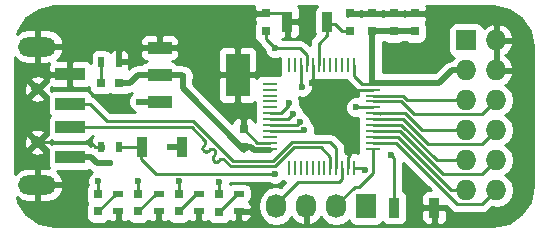
<source format=gbr>
G04 #@! TF.FileFunction,Copper,L1,Top,Signal*
%FSLAX46Y46*%
G04 Gerber Fmt 4.6, Leading zero omitted, Abs format (unit mm)*
G04 Created by KiCad (PCBNEW 4.0.2-stable) date 2016-10-02 16:05:12*
%MOMM*%
G01*
G04 APERTURE LIST*
%ADD10C,0.100000*%
%ADD11C,0.600000*%
%ADD12R,0.750000X0.800000*%
%ADD13R,0.797560X0.797560*%
%ADD14R,1.727200X1.727200*%
%ADD15O,1.727200X1.727200*%
%ADD16R,0.500000X0.900000*%
%ADD17R,2.032000X3.657600*%
%ADD18R,2.032000X1.016000*%
%ADD19R,0.250000X1.300000*%
%ADD20R,1.300000X0.250000*%
%ADD21R,2.500000X1.100000*%
%ADD22O,3.225600X1.625600*%
%ADD23C,1.000000*%
%ADD24R,1.727200X2.032000*%
%ADD25O,1.727200X2.032000*%
%ADD26R,0.900000X0.500000*%
%ADD27R,0.900000X1.700000*%
%ADD28C,0.254000*%
%ADD29C,0.508000*%
G04 APERTURE END LIST*
D10*
D11*
X69250000Y-51000000D03*
X86000000Y-51250000D03*
X71500000Y-55750000D03*
X55700000Y-67300000D03*
X83900000Y-67400000D03*
X84800000Y-55800000D03*
X57600000Y-52200000D03*
D12*
X82500000Y-52800000D03*
X82500000Y-51300000D03*
X69800000Y-62600000D03*
X69800000Y-61100000D03*
X71700000Y-52800000D03*
X71700000Y-51300000D03*
X84300000Y-52800000D03*
X84300000Y-51300000D03*
D13*
X59249300Y-57200000D03*
X57750700Y-57200000D03*
D14*
X88650000Y-53570000D03*
D15*
X91190000Y-53570000D03*
X88650000Y-56110000D03*
X91190000Y-56110000D03*
X88650000Y-58650000D03*
X91190000Y-58650000D03*
X88650000Y-61190000D03*
X91190000Y-61190000D03*
X88650000Y-63730000D03*
X91190000Y-63730000D03*
X88650000Y-66270000D03*
X91190000Y-66270000D03*
D16*
X57750000Y-62600000D03*
X59250000Y-62600000D03*
D17*
X69292000Y-56500000D03*
D18*
X62688000Y-56500000D03*
X62688000Y-58786000D03*
X62688000Y-54214000D03*
D19*
X79150000Y-55650000D03*
X78650000Y-55650000D03*
X78150000Y-55650000D03*
X77650000Y-55650000D03*
X77150000Y-55650000D03*
X76650000Y-55650000D03*
X76150000Y-55650000D03*
X75650000Y-55650000D03*
X75150000Y-55650000D03*
X74650000Y-55650000D03*
X74150000Y-55650000D03*
X73650000Y-55650000D03*
D20*
X72050000Y-57250000D03*
X72050000Y-57750000D03*
X72050000Y-58250000D03*
X72050000Y-58750000D03*
X72050000Y-59250000D03*
X72050000Y-59750000D03*
X72050000Y-60250000D03*
X72050000Y-60750000D03*
X72050000Y-61250000D03*
X72050000Y-61750000D03*
X72050000Y-62250000D03*
X72050000Y-62750000D03*
D19*
X73650000Y-64350000D03*
X74150000Y-64350000D03*
X74650000Y-64350000D03*
X75150000Y-64350000D03*
X75650000Y-64350000D03*
X76150000Y-64350000D03*
X76650000Y-64350000D03*
X77150000Y-64350000D03*
X77650000Y-64350000D03*
X78150000Y-64350000D03*
X78650000Y-64350000D03*
X79150000Y-64350000D03*
D20*
X80750000Y-62750000D03*
X80750000Y-62250000D03*
X80750000Y-61750000D03*
X80750000Y-61250000D03*
X80750000Y-60750000D03*
X80750000Y-60250000D03*
X80750000Y-59750000D03*
X80750000Y-59250000D03*
X80750000Y-58750000D03*
X80750000Y-58250000D03*
X80750000Y-57750000D03*
X80750000Y-57250000D03*
D16*
X57750000Y-55400000D03*
X59250000Y-55400000D03*
D21*
X55100000Y-56450000D03*
X55100000Y-58950000D03*
X55100000Y-60950000D03*
X55100000Y-63450000D03*
D22*
X52350000Y-54100000D03*
X52350000Y-65800000D03*
D23*
X52350000Y-57700000D03*
X52350000Y-62200000D03*
D12*
X80700000Y-52800000D03*
X80700000Y-51300000D03*
D24*
X80180000Y-67600000D03*
D25*
X77640000Y-67600000D03*
X75100000Y-67600000D03*
X72560000Y-67600000D03*
D12*
X78800000Y-52800000D03*
X78800000Y-51300000D03*
D13*
X57500000Y-66550700D03*
X57500000Y-68049300D03*
X60900000Y-66550700D03*
X60900000Y-68049300D03*
X64300000Y-66550700D03*
X64300000Y-68049300D03*
X67700000Y-66600000D03*
X67700000Y-68098600D03*
D26*
X59200000Y-66550000D03*
X59200000Y-68050000D03*
X62600000Y-66550000D03*
X62600000Y-68050000D03*
X66000000Y-66550000D03*
X66000000Y-68050000D03*
X69400000Y-66550000D03*
X69400000Y-68050000D03*
D27*
X64600000Y-62600000D03*
X61200000Y-62600000D03*
X73500000Y-52000000D03*
X76900000Y-52000000D03*
X85950000Y-67750000D03*
X82550000Y-67750000D03*
D11*
X72500000Y-54250000D03*
X63600000Y-62600000D03*
X80115619Y-64575829D03*
X64650000Y-56580000D03*
X78800000Y-62200000D03*
X75600000Y-57200000D03*
X60960000Y-58770000D03*
X58500000Y-64000000D03*
X79350000Y-59250000D03*
X72450000Y-64858821D03*
X57500000Y-65500000D03*
X73667467Y-58868857D03*
X60900000Y-65500000D03*
X74000000Y-59800000D03*
X64300000Y-65500000D03*
X74536857Y-60505514D03*
X67700000Y-65600000D03*
X74954924Y-61191349D03*
X74750000Y-57500000D03*
X82250000Y-63250000D03*
D28*
X71700000Y-52800000D02*
X71700000Y-53450000D01*
X71700000Y-53450000D02*
X72500000Y-54250000D01*
X75150000Y-55650000D02*
X75150000Y-54780638D01*
X74619362Y-54250000D02*
X72924264Y-54250000D01*
X75150000Y-54780638D02*
X74619362Y-54250000D01*
X72924264Y-54250000D02*
X72500000Y-54250000D01*
X80750000Y-57250000D02*
X79846000Y-57250000D01*
X79846000Y-57250000D02*
X79150000Y-56554000D01*
X79150000Y-56554000D02*
X79150000Y-55650000D01*
D29*
X80700000Y-52800000D02*
X80700000Y-57165790D01*
X88650000Y-56110000D02*
X87428686Y-56110000D01*
X87428686Y-56110000D02*
X86372896Y-57165790D01*
X86372896Y-57165790D02*
X80700000Y-57165790D01*
X80700000Y-57165790D02*
X80750000Y-57165790D01*
X82500000Y-52800000D02*
X80700000Y-52800000D01*
X84300000Y-52800000D02*
X82500000Y-52800000D01*
X80700000Y-52800000D02*
X80607210Y-52800000D01*
X64500000Y-62600000D02*
X63600000Y-62600000D01*
D28*
X79889790Y-64350000D02*
X80115619Y-64575829D01*
X79150000Y-64350000D02*
X79889790Y-64350000D01*
D29*
X69800000Y-62600000D02*
X70448803Y-62600000D01*
X70448803Y-62600000D02*
X70681004Y-62832201D01*
X70681004Y-62832201D02*
X72050000Y-62832201D01*
X64650000Y-56580000D02*
X64650000Y-57650000D01*
X64650000Y-57650000D02*
X69832201Y-62832201D01*
X59249300Y-57200000D02*
X60156080Y-57200000D01*
X60156080Y-57200000D02*
X60856080Y-56500000D01*
X60856080Y-56500000D02*
X62688000Y-56500000D01*
X62688000Y-56500000D02*
X64570000Y-56500000D01*
X64570000Y-56500000D02*
X64650000Y-56580000D01*
X62568000Y-56500000D02*
X62708000Y-56640000D01*
D28*
X71700000Y-51300000D02*
X73200000Y-51300000D01*
X73600000Y-51700000D02*
X73600000Y-52100000D01*
X73200000Y-51300000D02*
X73600000Y-51700000D01*
X78600000Y-51500000D02*
X78800000Y-51300000D01*
X69800000Y-61100000D02*
X69800000Y-61125000D01*
X69800000Y-61125000D02*
X70922991Y-62247991D01*
X70922991Y-62247991D02*
X72050000Y-62247991D01*
X78800000Y-63296000D02*
X78800000Y-62200000D01*
X78650000Y-64350000D02*
X78650000Y-63446000D01*
X78650000Y-63446000D02*
X78800000Y-63296000D01*
X80750000Y-57750000D02*
X76150000Y-57750000D01*
X76150000Y-57750000D02*
X75600000Y-57200000D01*
X75650000Y-55650000D02*
X75650000Y-57150000D01*
X75650000Y-57150000D02*
X75600000Y-57200000D01*
X53057106Y-62200000D02*
X52350000Y-62200000D01*
X57750000Y-62600000D02*
X57246000Y-62600000D01*
X57246000Y-62600000D02*
X56846000Y-62200000D01*
X56846000Y-62200000D02*
X53057106Y-62200000D01*
D29*
X55100000Y-63450000D02*
X56858000Y-63450000D01*
X60976000Y-58786000D02*
X60960000Y-58770000D01*
X62688000Y-58786000D02*
X60976000Y-58786000D01*
X57408000Y-64000000D02*
X58500000Y-64000000D01*
X56858000Y-63450000D02*
X57408000Y-64000000D01*
D28*
X80750000Y-60250000D02*
X83303408Y-60250000D01*
X89996199Y-62383801D02*
X90326401Y-62053599D01*
X90326401Y-62053599D02*
X91190000Y-61190000D01*
X83303408Y-60250000D02*
X85437209Y-62383801D01*
X85437209Y-62383801D02*
X89996199Y-62383801D01*
X87428686Y-66270000D02*
X88650000Y-66270000D01*
X87383629Y-66270000D02*
X87428686Y-66270000D01*
X80750000Y-61750000D02*
X82863629Y-61750000D01*
X82863629Y-61750000D02*
X87383629Y-66270000D01*
X81350000Y-59750000D02*
X81392790Y-59792790D01*
X80750000Y-59750000D02*
X81350000Y-59750000D01*
X80750000Y-59750000D02*
X83450000Y-59750000D01*
X83450000Y-59750000D02*
X84890000Y-61190000D01*
X84890000Y-61190000D02*
X88650000Y-61190000D01*
X86684023Y-64923801D02*
X89996199Y-64923801D01*
X80750000Y-61250000D02*
X83010222Y-61250000D01*
X90326401Y-64593599D02*
X91190000Y-63730000D01*
X89996199Y-64923801D02*
X90326401Y-64593599D01*
X83010222Y-61250000D02*
X86684023Y-64923801D01*
X90326401Y-59513599D02*
X91190000Y-58650000D01*
X89996199Y-59843801D02*
X90326401Y-59513599D01*
X80750000Y-58750000D02*
X83103408Y-58750000D01*
X83103408Y-58750000D02*
X84197209Y-59843801D01*
X84197209Y-59843801D02*
X89996199Y-59843801D01*
X87428686Y-63730000D02*
X88650000Y-63730000D01*
X86136815Y-63730000D02*
X87428686Y-63730000D01*
X80750000Y-60750000D02*
X83156815Y-60750000D01*
X83156815Y-60750000D02*
X86136815Y-63730000D01*
X80750000Y-58250000D02*
X80792790Y-58292790D01*
X88600000Y-58600000D02*
X88650000Y-58650000D01*
X83600000Y-58600000D02*
X88600000Y-58600000D01*
X83292790Y-58292790D02*
X83600000Y-58600000D01*
X80792790Y-58292790D02*
X83292790Y-58292790D01*
X89996199Y-67463801D02*
X90326401Y-67133599D01*
X90326401Y-67133599D02*
X91190000Y-66270000D01*
X87913801Y-67463801D02*
X89996199Y-67463801D01*
X82700000Y-62250000D02*
X87913801Y-67463801D01*
X80750000Y-62250000D02*
X82700000Y-62250000D01*
X80750000Y-62750000D02*
X80750000Y-64832698D01*
X79200000Y-66000000D02*
X77640000Y-67560000D01*
X79582698Y-66000000D02*
X79200000Y-66000000D01*
X80750000Y-64832698D02*
X79582698Y-66000000D01*
X77640000Y-67560000D02*
X77640000Y-67600000D01*
X77640000Y-67600000D02*
X77640000Y-66960000D01*
X72560000Y-67600000D02*
X72560000Y-67447600D01*
X72560000Y-67447600D02*
X74407600Y-65600000D01*
X74407600Y-65600000D02*
X77858960Y-65600000D01*
X77858960Y-65600000D02*
X78150000Y-65308960D01*
X78150000Y-65308960D02*
X78150000Y-65254000D01*
X78150000Y-65254000D02*
X78150000Y-64350000D01*
X72450000Y-64858821D02*
X62358821Y-64858821D01*
X62358821Y-64858821D02*
X61100000Y-63600000D01*
X61100000Y-63600000D02*
X61100000Y-62700000D01*
X61100000Y-62700000D02*
X61200000Y-62600000D01*
X61200000Y-62600000D02*
X59250000Y-62600000D01*
X79350000Y-59250000D02*
X80750000Y-59250000D01*
X77571000Y-52200000D02*
X77100000Y-52200000D01*
X77100000Y-52200000D02*
X76900000Y-52000000D01*
X78800000Y-52800000D02*
X78171000Y-52800000D01*
X78171000Y-52800000D02*
X77571000Y-52200000D01*
X76900000Y-52000000D02*
X76900000Y-53104000D01*
X76900000Y-53104000D02*
X76150000Y-53854000D01*
X76150000Y-53854000D02*
X76150000Y-54746000D01*
X76150000Y-54746000D02*
X76150000Y-55650000D01*
X57750700Y-57200000D02*
X57750700Y-55400700D01*
X57750700Y-55400700D02*
X57750000Y-55400000D01*
X77650000Y-64350000D02*
X77650000Y-62732893D01*
X77650000Y-62732893D02*
X77088507Y-62171400D01*
X68894688Y-63771400D02*
X65523288Y-60400000D01*
X72305312Y-63771400D02*
X68894688Y-63771400D01*
X77088507Y-62171400D02*
X73905312Y-62171400D01*
X65523288Y-60400000D02*
X58200000Y-60400000D01*
X55150000Y-59000000D02*
X55100000Y-58950000D01*
X73905312Y-62171400D02*
X72305312Y-63771400D01*
X58200000Y-60400000D02*
X56800000Y-59000000D01*
X56800000Y-59000000D02*
X55150000Y-59000000D01*
X55100000Y-60950000D02*
X65426695Y-60950000D01*
X68705306Y-64228611D02*
X72494694Y-64228611D01*
X67014006Y-62777494D02*
X67079501Y-62762545D01*
X65426695Y-60950000D02*
X66476695Y-62000000D01*
X67215425Y-63712446D02*
X67257310Y-63764968D01*
X66337749Y-62605224D02*
X66322800Y-62670719D01*
X67079501Y-62762545D02*
X67146680Y-62762545D01*
X66322800Y-62670719D02*
X66322800Y-62737898D01*
X67257310Y-63764968D02*
X67309832Y-63806853D01*
X67367108Y-62901050D02*
X67396255Y-62961576D01*
X66476695Y-62000000D02*
X66518580Y-62052522D01*
X68121228Y-63655170D02*
X68173751Y-63697056D01*
X66780523Y-62958325D02*
X66833046Y-62916440D01*
X67396255Y-62961576D02*
X67411204Y-63027070D01*
X66547727Y-62113048D02*
X66562676Y-62178542D01*
X67862534Y-63626022D02*
X67928029Y-63611073D01*
X66408782Y-62916440D02*
X66461304Y-62958325D01*
X66518580Y-62052522D02*
X66547727Y-62113048D01*
X67212174Y-62777494D02*
X67272700Y-62806642D01*
X66337749Y-62803392D02*
X66366897Y-62863918D01*
X66562676Y-62178542D02*
X66562676Y-62245721D01*
X66562676Y-62245721D02*
X66547727Y-62311215D01*
X66547727Y-62311215D02*
X66518580Y-62371741D01*
X66518580Y-62371741D02*
X66476695Y-62424264D01*
X66476695Y-62424264D02*
X66408782Y-62492176D01*
X67396255Y-63159743D02*
X67367108Y-63220269D01*
X66366897Y-62863918D02*
X66408782Y-62916440D01*
X68173751Y-63697056D02*
X68705306Y-64228611D01*
X66408782Y-62492176D02*
X66366897Y-62544699D01*
X76332611Y-62628611D02*
X77150000Y-63446000D01*
X66366897Y-62544699D02*
X66337749Y-62605224D01*
X67435852Y-63850949D02*
X67503031Y-63850949D01*
X66322800Y-62737898D02*
X66337749Y-62803392D01*
X67309832Y-63806853D02*
X67370358Y-63836000D01*
X67411204Y-63094249D02*
X67396255Y-63159743D01*
X66461304Y-62958325D02*
X66521830Y-62987472D01*
X67568525Y-63836000D02*
X67629051Y-63806853D01*
X67411204Y-63027070D02*
X67411204Y-63094249D01*
X66521830Y-62987472D02*
X66587324Y-63002421D01*
X67995208Y-63611073D02*
X68060702Y-63626022D01*
X67928029Y-63611073D02*
X67995208Y-63611073D01*
X66833046Y-62916440D02*
X66900958Y-62848527D01*
X66587324Y-63002421D02*
X66654503Y-63002421D01*
X66654503Y-63002421D02*
X66719997Y-62987472D01*
X67171328Y-63519247D02*
X67171328Y-63586426D01*
X66719997Y-62987472D02*
X66780523Y-62958325D01*
X67272700Y-62806642D02*
X67325223Y-62848528D01*
X66900958Y-62848527D02*
X66953481Y-62806642D01*
X66953481Y-62806642D02*
X67014006Y-62777494D01*
X67146680Y-62762545D02*
X67212174Y-62777494D01*
X67325223Y-62848528D02*
X67367108Y-62901050D01*
X67367108Y-63220269D02*
X67325223Y-63272792D01*
X67325223Y-63272792D02*
X67257310Y-63340704D01*
X67257310Y-63340704D02*
X67215425Y-63393227D01*
X67215425Y-63393227D02*
X67186277Y-63453752D01*
X67186277Y-63453752D02*
X67171328Y-63519247D01*
X67171328Y-63586426D02*
X67186277Y-63651920D01*
X67186277Y-63651920D02*
X67215425Y-63712446D01*
X67370358Y-63836000D02*
X67435852Y-63850949D01*
X67802009Y-63655170D02*
X67862534Y-63626022D01*
X67503031Y-63850949D02*
X67568525Y-63836000D01*
X67629051Y-63806853D02*
X67681574Y-63764968D01*
X67681574Y-63764968D02*
X67749486Y-63697055D01*
X67749486Y-63697055D02*
X67802009Y-63655170D01*
X68060702Y-63626022D02*
X68121228Y-63655170D01*
X72494694Y-64228611D02*
X74094694Y-62628611D01*
X74094694Y-62628611D02*
X76332611Y-62628611D01*
X77150000Y-63446000D02*
X77150000Y-64350000D01*
X57500000Y-66550700D02*
X57500000Y-65500000D01*
X72954000Y-59750000D02*
X73667467Y-59036533D01*
X72050000Y-59750000D02*
X72954000Y-59750000D01*
X73667467Y-59036533D02*
X73667467Y-58868857D01*
X59200000Y-66550000D02*
X58999300Y-66550000D01*
X58999300Y-66550000D02*
X57500000Y-68049300D01*
X60900000Y-66550700D02*
X60900000Y-65500000D01*
X73550000Y-60250000D02*
X73700001Y-60099999D01*
X72050000Y-60250000D02*
X73550000Y-60250000D01*
X73700001Y-60099999D02*
X74000000Y-59800000D01*
X62600000Y-66550000D02*
X62399300Y-66550000D01*
X62399300Y-66550000D02*
X60900000Y-68049300D01*
X64300000Y-66550700D02*
X64300000Y-65500000D01*
X72050000Y-60750000D02*
X74292371Y-60750000D01*
X74292371Y-60750000D02*
X74536857Y-60505514D01*
X66000000Y-66550000D02*
X65799300Y-66550000D01*
X65799300Y-66550000D02*
X64300000Y-68049300D01*
X67700000Y-66600000D02*
X67700000Y-65600000D01*
X72050000Y-61250000D02*
X74896273Y-61250000D01*
X74896273Y-61250000D02*
X74954924Y-61191349D01*
X69400000Y-66550000D02*
X69248600Y-66550000D01*
X69248600Y-66550000D02*
X67700000Y-68098600D01*
X67748600Y-68050000D02*
X67700000Y-68098600D01*
X74750000Y-57500000D02*
X74650000Y-57400000D01*
X74650000Y-57400000D02*
X74650000Y-55650000D01*
X82550000Y-67750000D02*
X82550000Y-63550000D01*
X82550000Y-63550000D02*
X82250000Y-63250000D01*
G36*
X70690000Y-50773691D02*
X70690000Y-51014250D01*
X70848750Y-51173000D01*
X71573000Y-51173000D01*
X71573000Y-51153000D01*
X71827000Y-51153000D01*
X71827000Y-51173000D01*
X71847000Y-51173000D01*
X71847000Y-51427000D01*
X71827000Y-51427000D01*
X71827000Y-51447000D01*
X71573000Y-51447000D01*
X71573000Y-51427000D01*
X70848750Y-51427000D01*
X70690000Y-51585750D01*
X70690000Y-51826309D01*
X70786673Y-52059698D01*
X70788043Y-52061068D01*
X70728569Y-52148110D01*
X70677560Y-52400000D01*
X70677560Y-53200000D01*
X70721838Y-53435317D01*
X70860910Y-53651441D01*
X70998637Y-53745546D01*
X71120717Y-53928250D01*
X71161185Y-53988815D01*
X71564875Y-54392505D01*
X71564838Y-54435167D01*
X71706883Y-54778943D01*
X71969673Y-55042192D01*
X72313201Y-55184838D01*
X72685167Y-55185162D01*
X72877560Y-55105667D01*
X72877560Y-56300000D01*
X72919328Y-56521975D01*
X72700000Y-56477560D01*
X71400000Y-56477560D01*
X71164683Y-56521838D01*
X70948559Y-56660910D01*
X70895628Y-56738378D01*
X70784250Y-56627000D01*
X69419000Y-56627000D01*
X69419000Y-58805050D01*
X69577750Y-58963800D01*
X70434310Y-58963800D01*
X70667699Y-58867127D01*
X70752560Y-58782266D01*
X70752560Y-58875000D01*
X70776944Y-59004589D01*
X70752560Y-59125000D01*
X70752560Y-59375000D01*
X70776944Y-59504589D01*
X70752560Y-59625000D01*
X70752560Y-59875000D01*
X70776944Y-60004589D01*
X70752560Y-60125000D01*
X70752560Y-60375000D01*
X70773254Y-60484978D01*
X70713327Y-60340302D01*
X70534699Y-60161673D01*
X70301310Y-60065000D01*
X70085750Y-60065000D01*
X69927000Y-60223750D01*
X69927000Y-60973000D01*
X69947000Y-60973000D01*
X69947000Y-61227000D01*
X69927000Y-61227000D01*
X69927000Y-61247000D01*
X69673000Y-61247000D01*
X69673000Y-61227000D01*
X69653000Y-61227000D01*
X69653000Y-60973000D01*
X69673000Y-60973000D01*
X69673000Y-60223750D01*
X69514250Y-60065000D01*
X69298690Y-60065000D01*
X69065301Y-60161673D01*
X68886673Y-60340302D01*
X68801987Y-60544751D01*
X65539000Y-57281764D01*
X65539000Y-56877189D01*
X65576968Y-56785750D01*
X67641000Y-56785750D01*
X67641000Y-58455109D01*
X67737673Y-58688498D01*
X67916301Y-58867127D01*
X68149690Y-58963800D01*
X69006250Y-58963800D01*
X69165000Y-58805050D01*
X69165000Y-56627000D01*
X67799750Y-56627000D01*
X67641000Y-56785750D01*
X65576968Y-56785750D01*
X65584838Y-56766799D01*
X65585162Y-56394833D01*
X65443117Y-56051057D01*
X65180327Y-55787808D01*
X64836799Y-55645162D01*
X64741326Y-55645079D01*
X64570000Y-55611000D01*
X64213418Y-55611000D01*
X64168090Y-55540559D01*
X63955890Y-55395569D01*
X63765431Y-55357000D01*
X63830310Y-55357000D01*
X64063699Y-55260327D01*
X64242327Y-55081698D01*
X64339000Y-54848309D01*
X64339000Y-54544891D01*
X67641000Y-54544891D01*
X67641000Y-56214250D01*
X67799750Y-56373000D01*
X69165000Y-56373000D01*
X69165000Y-54194950D01*
X69419000Y-54194950D01*
X69419000Y-56373000D01*
X70784250Y-56373000D01*
X70943000Y-56214250D01*
X70943000Y-54544891D01*
X70846327Y-54311502D01*
X70667699Y-54132873D01*
X70434310Y-54036200D01*
X69577750Y-54036200D01*
X69419000Y-54194950D01*
X69165000Y-54194950D01*
X69006250Y-54036200D01*
X68149690Y-54036200D01*
X67916301Y-54132873D01*
X67737673Y-54311502D01*
X67641000Y-54544891D01*
X64339000Y-54544891D01*
X64339000Y-54499750D01*
X64180250Y-54341000D01*
X62815000Y-54341000D01*
X62815000Y-54361000D01*
X62561000Y-54361000D01*
X62561000Y-54341000D01*
X61195750Y-54341000D01*
X61037000Y-54499750D01*
X61037000Y-54848309D01*
X61133673Y-55081698D01*
X61312301Y-55260327D01*
X61545690Y-55357000D01*
X61605887Y-55357000D01*
X61436683Y-55388838D01*
X61220559Y-55527910D01*
X61163786Y-55611000D01*
X60856080Y-55611000D01*
X60515874Y-55678671D01*
X60227462Y-55871382D01*
X60135000Y-55963844D01*
X60135000Y-55685750D01*
X59976250Y-55527000D01*
X59375000Y-55527000D01*
X59375000Y-55547000D01*
X59125000Y-55547000D01*
X59125000Y-55527000D01*
X59103000Y-55527000D01*
X59103000Y-55273000D01*
X59125000Y-55273000D01*
X59125000Y-54473750D01*
X59375000Y-54473750D01*
X59375000Y-55273000D01*
X59976250Y-55273000D01*
X60135000Y-55114250D01*
X60135000Y-54823690D01*
X60038327Y-54590301D01*
X59859698Y-54411673D01*
X59626309Y-54315000D01*
X59533750Y-54315000D01*
X59375000Y-54473750D01*
X59125000Y-54473750D01*
X58966250Y-54315000D01*
X58873691Y-54315000D01*
X58640302Y-54411673D01*
X58499064Y-54552910D01*
X58464090Y-54498559D01*
X58251890Y-54353569D01*
X58000000Y-54302560D01*
X57500000Y-54302560D01*
X57264683Y-54346838D01*
X57048559Y-54485910D01*
X56903569Y-54698110D01*
X56852560Y-54950000D01*
X56852560Y-55504535D01*
X56709699Y-55361673D01*
X56476310Y-55265000D01*
X55385750Y-55265000D01*
X55227000Y-55423750D01*
X55227000Y-56323000D01*
X55247000Y-56323000D01*
X55247000Y-56577000D01*
X55227000Y-56577000D01*
X55227000Y-57476250D01*
X55385750Y-57635000D01*
X56476310Y-57635000D01*
X56704480Y-57540489D01*
X56704480Y-57598780D01*
X56748758Y-57834097D01*
X56887830Y-58050221D01*
X57100030Y-58195211D01*
X57351920Y-58246220D01*
X58149480Y-58246220D01*
X58384797Y-58201942D01*
X58499993Y-58127815D01*
X58598630Y-58195211D01*
X58850520Y-58246220D01*
X59648080Y-58246220D01*
X59883397Y-58201942D01*
X60058914Y-58089000D01*
X60156080Y-58089000D01*
X60359222Y-58048593D01*
X60167808Y-58239673D01*
X60025162Y-58583201D01*
X60024838Y-58955167D01*
X60166883Y-59298943D01*
X60429673Y-59562192D01*
X60612238Y-59638000D01*
X58515630Y-59638000D01*
X57338815Y-58461185D01*
X57291837Y-58429795D01*
X57091605Y-58296004D01*
X56973449Y-58272501D01*
X56953162Y-58164683D01*
X56814090Y-57948559D01*
X56601890Y-57803569D01*
X56350000Y-57752560D01*
X53850000Y-57752560D01*
X53614683Y-57796838D01*
X53486718Y-57879181D01*
X53498112Y-57845028D01*
X53475333Y-57523359D01*
X53490301Y-57538327D01*
X53723690Y-57635000D01*
X54814250Y-57635000D01*
X54973000Y-57476250D01*
X54973000Y-56577000D01*
X53373750Y-56577000D01*
X53215000Y-56735750D01*
X53215000Y-57102434D01*
X53140104Y-57089501D01*
X52529605Y-57700000D01*
X53140104Y-58310499D01*
X53223604Y-58296080D01*
X53202560Y-58400000D01*
X53202560Y-59500000D01*
X53246838Y-59735317D01*
X53385910Y-59951441D01*
X53387299Y-59952390D01*
X53253569Y-60148110D01*
X53202560Y-60400000D01*
X53202560Y-61500000D01*
X53222064Y-61603654D01*
X53140104Y-61589501D01*
X52529605Y-62200000D01*
X53140104Y-62810499D01*
X53223604Y-62796080D01*
X53202560Y-62900000D01*
X53202560Y-64000000D01*
X53246838Y-64235317D01*
X53332461Y-64368379D01*
X53277000Y-64352200D01*
X52477000Y-64352200D01*
X52477000Y-65673000D01*
X54432779Y-65673000D01*
X54554596Y-65448951D01*
X54536194Y-65363283D01*
X54263552Y-64866053D01*
X53991293Y-64647440D01*
X56350000Y-64647440D01*
X56585317Y-64603162D01*
X56687910Y-64537146D01*
X56779382Y-64628618D01*
X56941168Y-64736720D01*
X56707808Y-64969673D01*
X56565162Y-65313201D01*
X56564838Y-65685167D01*
X56597533Y-65764295D01*
X56504789Y-65900030D01*
X56453780Y-66151920D01*
X56453780Y-66949480D01*
X56498058Y-67184797D01*
X56572185Y-67299993D01*
X56504789Y-67398630D01*
X56453780Y-67650520D01*
X56453780Y-68448080D01*
X56498058Y-68683397D01*
X56637130Y-68899521D01*
X56849330Y-69044511D01*
X57101220Y-69095520D01*
X57898780Y-69095520D01*
X58134097Y-69051242D01*
X58350221Y-68912170D01*
X58398387Y-68841676D01*
X58623690Y-68935000D01*
X58914250Y-68935000D01*
X59073000Y-68776250D01*
X59073000Y-68175000D01*
X59053000Y-68175000D01*
X59053000Y-67925000D01*
X59073000Y-67925000D01*
X59073000Y-67903000D01*
X59327000Y-67903000D01*
X59327000Y-67925000D01*
X59347000Y-67925000D01*
X59347000Y-68175000D01*
X59327000Y-68175000D01*
X59327000Y-68776250D01*
X59485750Y-68935000D01*
X59776310Y-68935000D01*
X60000267Y-68842234D01*
X60037130Y-68899521D01*
X60249330Y-69044511D01*
X60501220Y-69095520D01*
X61298780Y-69095520D01*
X61534097Y-69051242D01*
X61750221Y-68912170D01*
X61798387Y-68841676D01*
X62023690Y-68935000D01*
X62314250Y-68935000D01*
X62473000Y-68776250D01*
X62473000Y-68175000D01*
X62453000Y-68175000D01*
X62453000Y-67925000D01*
X62473000Y-67925000D01*
X62473000Y-67903000D01*
X62727000Y-67903000D01*
X62727000Y-67925000D01*
X62747000Y-67925000D01*
X62747000Y-68175000D01*
X62727000Y-68175000D01*
X62727000Y-68776250D01*
X62885750Y-68935000D01*
X63176310Y-68935000D01*
X63400267Y-68842234D01*
X63437130Y-68899521D01*
X63649330Y-69044511D01*
X63901220Y-69095520D01*
X64698780Y-69095520D01*
X64934097Y-69051242D01*
X65150221Y-68912170D01*
X65198387Y-68841676D01*
X65423690Y-68935000D01*
X65714250Y-68935000D01*
X65873000Y-68776250D01*
X65873000Y-68175000D01*
X65853000Y-68175000D01*
X65853000Y-67925000D01*
X65873000Y-67925000D01*
X65873000Y-67903000D01*
X66127000Y-67903000D01*
X66127000Y-67925000D01*
X66147000Y-67925000D01*
X66147000Y-68175000D01*
X66127000Y-68175000D01*
X66127000Y-68776250D01*
X66285750Y-68935000D01*
X66576310Y-68935000D01*
X66775219Y-68852609D01*
X66837130Y-68948821D01*
X67049330Y-69093811D01*
X67301220Y-69144820D01*
X68098780Y-69144820D01*
X68334097Y-69100542D01*
X68550221Y-68961470D01*
X68624642Y-68852551D01*
X68823690Y-68935000D01*
X69114250Y-68935000D01*
X69273000Y-68776250D01*
X69273000Y-68175000D01*
X69527000Y-68175000D01*
X69527000Y-68776250D01*
X69685750Y-68935000D01*
X69976310Y-68935000D01*
X70209699Y-68838327D01*
X70388327Y-68659698D01*
X70485000Y-68426309D01*
X70485000Y-68333750D01*
X70326250Y-68175000D01*
X69527000Y-68175000D01*
X69273000Y-68175000D01*
X69253000Y-68175000D01*
X69253000Y-67925000D01*
X69273000Y-67925000D01*
X69273000Y-67903000D01*
X69527000Y-67903000D01*
X69527000Y-67925000D01*
X70326250Y-67925000D01*
X70485000Y-67766250D01*
X70485000Y-67673691D01*
X70388327Y-67440302D01*
X70247090Y-67299064D01*
X70301441Y-67264090D01*
X70446431Y-67051890D01*
X70497440Y-66800000D01*
X70497440Y-66300000D01*
X70453162Y-66064683D01*
X70314090Y-65848559D01*
X70101890Y-65703569D01*
X69850000Y-65652560D01*
X68950000Y-65652560D01*
X68714683Y-65696838D01*
X68634872Y-65748195D01*
X68634983Y-65620821D01*
X71889534Y-65620821D01*
X71919673Y-65651013D01*
X72263201Y-65793659D01*
X72635167Y-65793983D01*
X72978943Y-65651938D01*
X73131484Y-65499662D01*
X73273110Y-65596431D01*
X73323363Y-65606607D01*
X72938105Y-65991865D01*
X72560000Y-65916655D01*
X71986511Y-66030729D01*
X71500330Y-66355585D01*
X71175474Y-66841766D01*
X71061400Y-67415255D01*
X71061400Y-67784745D01*
X71175474Y-68358234D01*
X71500330Y-68844415D01*
X71986511Y-69169271D01*
X72560000Y-69283345D01*
X73133489Y-69169271D01*
X73619670Y-68844415D01*
X73826461Y-68534931D01*
X74197964Y-68950732D01*
X74725209Y-69204709D01*
X74740974Y-69207358D01*
X74973000Y-69086217D01*
X74973000Y-67727000D01*
X74953000Y-67727000D01*
X74953000Y-67473000D01*
X74973000Y-67473000D01*
X74973000Y-67453000D01*
X75227000Y-67453000D01*
X75227000Y-67473000D01*
X75247000Y-67473000D01*
X75247000Y-67727000D01*
X75227000Y-67727000D01*
X75227000Y-69086217D01*
X75459026Y-69207358D01*
X75474791Y-69204709D01*
X76002036Y-68950732D01*
X76373539Y-68534931D01*
X76580330Y-68844415D01*
X77066511Y-69169271D01*
X77640000Y-69283345D01*
X78213489Y-69169271D01*
X78699670Y-68844415D01*
X78709243Y-68830087D01*
X78713238Y-68851317D01*
X78852310Y-69067441D01*
X79064510Y-69212431D01*
X79316400Y-69263440D01*
X81043600Y-69263440D01*
X81278917Y-69219162D01*
X81495041Y-69080090D01*
X81577082Y-68960019D01*
X81635910Y-69051441D01*
X81848110Y-69196431D01*
X82100000Y-69247440D01*
X83000000Y-69247440D01*
X83235317Y-69203162D01*
X83451441Y-69064090D01*
X83596431Y-68851890D01*
X83647440Y-68600000D01*
X83647440Y-68035750D01*
X84865000Y-68035750D01*
X84865000Y-68726310D01*
X84961673Y-68959699D01*
X85140302Y-69138327D01*
X85373691Y-69235000D01*
X85664250Y-69235000D01*
X85823000Y-69076250D01*
X85823000Y-67877000D01*
X86077000Y-67877000D01*
X86077000Y-69076250D01*
X86235750Y-69235000D01*
X86526309Y-69235000D01*
X86759698Y-69138327D01*
X86938327Y-68959699D01*
X87035000Y-68726310D01*
X87035000Y-68035750D01*
X86876250Y-67877000D01*
X86077000Y-67877000D01*
X85823000Y-67877000D01*
X85023750Y-67877000D01*
X84865000Y-68035750D01*
X83647440Y-68035750D01*
X83647440Y-66900000D01*
X83603162Y-66664683D01*
X83464090Y-66448559D01*
X83312000Y-66344640D01*
X83312000Y-63939630D01*
X85637370Y-66265000D01*
X85373691Y-66265000D01*
X85140302Y-66361673D01*
X84961673Y-66540301D01*
X84865000Y-66773690D01*
X84865000Y-67464250D01*
X85023750Y-67623000D01*
X85823000Y-67623000D01*
X85823000Y-67603000D01*
X86077000Y-67603000D01*
X86077000Y-67623000D01*
X86876250Y-67623000D01*
X86935810Y-67563440D01*
X87374986Y-68002616D01*
X87622196Y-68167797D01*
X87913801Y-68225801D01*
X89996199Y-68225801D01*
X90287804Y-68167797D01*
X90535014Y-68002616D01*
X90834002Y-67703628D01*
X91160641Y-67768600D01*
X91219359Y-67768600D01*
X91792848Y-67654526D01*
X92279029Y-67329670D01*
X92603885Y-66843489D01*
X92717959Y-66270000D01*
X92603885Y-65696511D01*
X92279029Y-65210330D01*
X91964248Y-65000000D01*
X92279029Y-64789670D01*
X92603885Y-64303489D01*
X92717959Y-63730000D01*
X92603885Y-63156511D01*
X92279029Y-62670330D01*
X91964248Y-62460000D01*
X92279029Y-62249670D01*
X92603885Y-61763489D01*
X92717959Y-61190000D01*
X92603885Y-60616511D01*
X92279029Y-60130330D01*
X91964248Y-59920000D01*
X92279029Y-59709670D01*
X92603885Y-59223489D01*
X92717959Y-58650000D01*
X92603885Y-58076511D01*
X92279029Y-57590330D01*
X91955772Y-57374336D01*
X92078490Y-57316821D01*
X92472688Y-56884947D01*
X92644958Y-56469026D01*
X92523817Y-56237000D01*
X91317000Y-56237000D01*
X91317000Y-56257000D01*
X91063000Y-56257000D01*
X91063000Y-56237000D01*
X91043000Y-56237000D01*
X91043000Y-55983000D01*
X91063000Y-55983000D01*
X91063000Y-53697000D01*
X91317000Y-53697000D01*
X91317000Y-55983000D01*
X92523817Y-55983000D01*
X92644958Y-55750974D01*
X92472688Y-55335053D01*
X92078490Y-54903179D01*
X91943687Y-54840000D01*
X92078490Y-54776821D01*
X92472688Y-54344947D01*
X92644958Y-53929026D01*
X92523817Y-53697000D01*
X91317000Y-53697000D01*
X91063000Y-53697000D01*
X91043000Y-53697000D01*
X91043000Y-53443000D01*
X91063000Y-53443000D01*
X91063000Y-52235531D01*
X91317000Y-52235531D01*
X91317000Y-53443000D01*
X92523817Y-53443000D01*
X92644958Y-53210974D01*
X92472688Y-52795053D01*
X92078490Y-52363179D01*
X91549027Y-52115032D01*
X91317000Y-52235531D01*
X91063000Y-52235531D01*
X90830973Y-52115032D01*
X90301510Y-52363179D01*
X90131505Y-52549433D01*
X90116762Y-52471083D01*
X89977690Y-52254959D01*
X89765490Y-52109969D01*
X89513600Y-52058960D01*
X87786400Y-52058960D01*
X87551083Y-52103238D01*
X87334959Y-52242310D01*
X87189969Y-52454510D01*
X87138960Y-52706400D01*
X87138960Y-54433600D01*
X87183238Y-54668917D01*
X87322310Y-54885041D01*
X87534510Y-55030031D01*
X87578131Y-55038864D01*
X87560971Y-55050330D01*
X87446933Y-55221000D01*
X87428686Y-55221000D01*
X87088481Y-55288670D01*
X86800068Y-55481382D01*
X86004660Y-56276790D01*
X81589000Y-56276790D01*
X81589000Y-53689000D01*
X81715879Y-53689000D01*
X81873110Y-53796431D01*
X82125000Y-53847440D01*
X82875000Y-53847440D01*
X83110317Y-53803162D01*
X83287730Y-53689000D01*
X83515879Y-53689000D01*
X83673110Y-53796431D01*
X83925000Y-53847440D01*
X84675000Y-53847440D01*
X84910317Y-53803162D01*
X85126441Y-53664090D01*
X85271431Y-53451890D01*
X85322440Y-53200000D01*
X85322440Y-52400000D01*
X85278162Y-52164683D01*
X85211671Y-52061354D01*
X85213327Y-52059698D01*
X85310000Y-51826309D01*
X85310000Y-51585750D01*
X85151250Y-51427000D01*
X84427000Y-51427000D01*
X84427000Y-51447000D01*
X84173000Y-51447000D01*
X84173000Y-51427000D01*
X83448750Y-51427000D01*
X83400000Y-51475750D01*
X83351250Y-51427000D01*
X82627000Y-51427000D01*
X82627000Y-51447000D01*
X82373000Y-51447000D01*
X82373000Y-51427000D01*
X81648750Y-51427000D01*
X81600000Y-51475750D01*
X81551250Y-51427000D01*
X80827000Y-51427000D01*
X80827000Y-51447000D01*
X80573000Y-51447000D01*
X80573000Y-51427000D01*
X79848750Y-51427000D01*
X79750000Y-51525750D01*
X79651250Y-51427000D01*
X78927000Y-51427000D01*
X78927000Y-51447000D01*
X78673000Y-51447000D01*
X78673000Y-51427000D01*
X78653000Y-51427000D01*
X78653000Y-51173000D01*
X78673000Y-51173000D01*
X78673000Y-51153000D01*
X78927000Y-51153000D01*
X78927000Y-51173000D01*
X79651250Y-51173000D01*
X79750000Y-51074250D01*
X79848750Y-51173000D01*
X80573000Y-51173000D01*
X80573000Y-51153000D01*
X80827000Y-51153000D01*
X80827000Y-51173000D01*
X81551250Y-51173000D01*
X81600000Y-51124250D01*
X81648750Y-51173000D01*
X82373000Y-51173000D01*
X82373000Y-51153000D01*
X82627000Y-51153000D01*
X82627000Y-51173000D01*
X83351250Y-51173000D01*
X83400000Y-51124250D01*
X83448750Y-51173000D01*
X84173000Y-51173000D01*
X84173000Y-51153000D01*
X84427000Y-51153000D01*
X84427000Y-51173000D01*
X85151250Y-51173000D01*
X85310000Y-51014250D01*
X85310000Y-50773691D01*
X85283618Y-50710000D01*
X90930069Y-50710000D01*
X92253707Y-50973288D01*
X93316546Y-51683454D01*
X94026712Y-52746295D01*
X94290000Y-54069931D01*
X94290000Y-65930069D01*
X94026712Y-67253705D01*
X93316546Y-68316546D01*
X92253707Y-69026712D01*
X90930069Y-69290000D01*
X53769931Y-69290000D01*
X52446295Y-69026712D01*
X51383454Y-68316546D01*
X50673288Y-67253707D01*
X50595268Y-66861473D01*
X50878618Y-67088992D01*
X51423000Y-67247800D01*
X52223000Y-67247800D01*
X52223000Y-65927000D01*
X52477000Y-65927000D01*
X52477000Y-67247800D01*
X53277000Y-67247800D01*
X53821382Y-67088992D01*
X54263552Y-66733947D01*
X54536194Y-66236717D01*
X54554596Y-66151049D01*
X54432779Y-65927000D01*
X52477000Y-65927000D01*
X52223000Y-65927000D01*
X52203000Y-65927000D01*
X52203000Y-65673000D01*
X52223000Y-65673000D01*
X52223000Y-64352200D01*
X51423000Y-64352200D01*
X50878618Y-64511008D01*
X50436448Y-64866053D01*
X50410000Y-64914287D01*
X50410000Y-62990104D01*
X51739501Y-62990104D01*
X51776648Y-63205217D01*
X52204972Y-63348112D01*
X52655375Y-63316217D01*
X52923352Y-63205217D01*
X52960499Y-62990104D01*
X52350000Y-62379605D01*
X51739501Y-62990104D01*
X50410000Y-62990104D01*
X50410000Y-62054972D01*
X51201888Y-62054972D01*
X51233783Y-62505375D01*
X51344783Y-62773352D01*
X51559896Y-62810499D01*
X52170395Y-62200000D01*
X51559896Y-61589501D01*
X51344783Y-61626648D01*
X51201888Y-62054972D01*
X50410000Y-62054972D01*
X50410000Y-61409896D01*
X51739501Y-61409896D01*
X52350000Y-62020395D01*
X52960499Y-61409896D01*
X52923352Y-61194783D01*
X52495028Y-61051888D01*
X52044625Y-61083783D01*
X51776648Y-61194783D01*
X51739501Y-61409896D01*
X50410000Y-61409896D01*
X50410000Y-58490104D01*
X51739501Y-58490104D01*
X51776648Y-58705217D01*
X52204972Y-58848112D01*
X52655375Y-58816217D01*
X52923352Y-58705217D01*
X52960499Y-58490104D01*
X52350000Y-57879605D01*
X51739501Y-58490104D01*
X50410000Y-58490104D01*
X50410000Y-57554972D01*
X51201888Y-57554972D01*
X51233783Y-58005375D01*
X51344783Y-58273352D01*
X51559896Y-58310499D01*
X52170395Y-57700000D01*
X51559896Y-57089501D01*
X51344783Y-57126648D01*
X51201888Y-57554972D01*
X50410000Y-57554972D01*
X50410000Y-56909896D01*
X51739501Y-56909896D01*
X52350000Y-57520395D01*
X52960499Y-56909896D01*
X52923352Y-56694783D01*
X52495028Y-56551888D01*
X52044625Y-56583783D01*
X51776648Y-56694783D01*
X51739501Y-56909896D01*
X50410000Y-56909896D01*
X50410000Y-54985713D01*
X50436448Y-55033947D01*
X50878618Y-55388992D01*
X51423000Y-55547800D01*
X52223000Y-55547800D01*
X52223000Y-54227000D01*
X52477000Y-54227000D01*
X52477000Y-55547800D01*
X53277000Y-55547800D01*
X53315368Y-55536607D01*
X53311673Y-55540302D01*
X53215000Y-55773691D01*
X53215000Y-56164250D01*
X53373750Y-56323000D01*
X54973000Y-56323000D01*
X54973000Y-55423750D01*
X54814250Y-55265000D01*
X53975801Y-55265000D01*
X54263552Y-55033947D01*
X54536194Y-54536717D01*
X54554596Y-54451049D01*
X54432779Y-54227000D01*
X52477000Y-54227000D01*
X52223000Y-54227000D01*
X52203000Y-54227000D01*
X52203000Y-53973000D01*
X52223000Y-53973000D01*
X52223000Y-52652200D01*
X52477000Y-52652200D01*
X52477000Y-53973000D01*
X54432779Y-53973000D01*
X54554596Y-53748951D01*
X54536194Y-53663283D01*
X54490359Y-53579691D01*
X61037000Y-53579691D01*
X61037000Y-53928250D01*
X61195750Y-54087000D01*
X62561000Y-54087000D01*
X62561000Y-53229750D01*
X62815000Y-53229750D01*
X62815000Y-54087000D01*
X64180250Y-54087000D01*
X64339000Y-53928250D01*
X64339000Y-53579691D01*
X64242327Y-53346302D01*
X64063699Y-53167673D01*
X63830310Y-53071000D01*
X62973750Y-53071000D01*
X62815000Y-53229750D01*
X62561000Y-53229750D01*
X62402250Y-53071000D01*
X61545690Y-53071000D01*
X61312301Y-53167673D01*
X61133673Y-53346302D01*
X61037000Y-53579691D01*
X54490359Y-53579691D01*
X54263552Y-53166053D01*
X53821382Y-52811008D01*
X53277000Y-52652200D01*
X52477000Y-52652200D01*
X52223000Y-52652200D01*
X51423000Y-52652200D01*
X50878618Y-52811008D01*
X50618940Y-53019519D01*
X50673288Y-52746293D01*
X51383454Y-51683454D01*
X52446295Y-50973288D01*
X53769931Y-50710000D01*
X70716382Y-50710000D01*
X70690000Y-50773691D01*
X70690000Y-50773691D01*
G37*
X70690000Y-50773691D02*
X70690000Y-51014250D01*
X70848750Y-51173000D01*
X71573000Y-51173000D01*
X71573000Y-51153000D01*
X71827000Y-51153000D01*
X71827000Y-51173000D01*
X71847000Y-51173000D01*
X71847000Y-51427000D01*
X71827000Y-51427000D01*
X71827000Y-51447000D01*
X71573000Y-51447000D01*
X71573000Y-51427000D01*
X70848750Y-51427000D01*
X70690000Y-51585750D01*
X70690000Y-51826309D01*
X70786673Y-52059698D01*
X70788043Y-52061068D01*
X70728569Y-52148110D01*
X70677560Y-52400000D01*
X70677560Y-53200000D01*
X70721838Y-53435317D01*
X70860910Y-53651441D01*
X70998637Y-53745546D01*
X71120717Y-53928250D01*
X71161185Y-53988815D01*
X71564875Y-54392505D01*
X71564838Y-54435167D01*
X71706883Y-54778943D01*
X71969673Y-55042192D01*
X72313201Y-55184838D01*
X72685167Y-55185162D01*
X72877560Y-55105667D01*
X72877560Y-56300000D01*
X72919328Y-56521975D01*
X72700000Y-56477560D01*
X71400000Y-56477560D01*
X71164683Y-56521838D01*
X70948559Y-56660910D01*
X70895628Y-56738378D01*
X70784250Y-56627000D01*
X69419000Y-56627000D01*
X69419000Y-58805050D01*
X69577750Y-58963800D01*
X70434310Y-58963800D01*
X70667699Y-58867127D01*
X70752560Y-58782266D01*
X70752560Y-58875000D01*
X70776944Y-59004589D01*
X70752560Y-59125000D01*
X70752560Y-59375000D01*
X70776944Y-59504589D01*
X70752560Y-59625000D01*
X70752560Y-59875000D01*
X70776944Y-60004589D01*
X70752560Y-60125000D01*
X70752560Y-60375000D01*
X70773254Y-60484978D01*
X70713327Y-60340302D01*
X70534699Y-60161673D01*
X70301310Y-60065000D01*
X70085750Y-60065000D01*
X69927000Y-60223750D01*
X69927000Y-60973000D01*
X69947000Y-60973000D01*
X69947000Y-61227000D01*
X69927000Y-61227000D01*
X69927000Y-61247000D01*
X69673000Y-61247000D01*
X69673000Y-61227000D01*
X69653000Y-61227000D01*
X69653000Y-60973000D01*
X69673000Y-60973000D01*
X69673000Y-60223750D01*
X69514250Y-60065000D01*
X69298690Y-60065000D01*
X69065301Y-60161673D01*
X68886673Y-60340302D01*
X68801987Y-60544751D01*
X65539000Y-57281764D01*
X65539000Y-56877189D01*
X65576968Y-56785750D01*
X67641000Y-56785750D01*
X67641000Y-58455109D01*
X67737673Y-58688498D01*
X67916301Y-58867127D01*
X68149690Y-58963800D01*
X69006250Y-58963800D01*
X69165000Y-58805050D01*
X69165000Y-56627000D01*
X67799750Y-56627000D01*
X67641000Y-56785750D01*
X65576968Y-56785750D01*
X65584838Y-56766799D01*
X65585162Y-56394833D01*
X65443117Y-56051057D01*
X65180327Y-55787808D01*
X64836799Y-55645162D01*
X64741326Y-55645079D01*
X64570000Y-55611000D01*
X64213418Y-55611000D01*
X64168090Y-55540559D01*
X63955890Y-55395569D01*
X63765431Y-55357000D01*
X63830310Y-55357000D01*
X64063699Y-55260327D01*
X64242327Y-55081698D01*
X64339000Y-54848309D01*
X64339000Y-54544891D01*
X67641000Y-54544891D01*
X67641000Y-56214250D01*
X67799750Y-56373000D01*
X69165000Y-56373000D01*
X69165000Y-54194950D01*
X69419000Y-54194950D01*
X69419000Y-56373000D01*
X70784250Y-56373000D01*
X70943000Y-56214250D01*
X70943000Y-54544891D01*
X70846327Y-54311502D01*
X70667699Y-54132873D01*
X70434310Y-54036200D01*
X69577750Y-54036200D01*
X69419000Y-54194950D01*
X69165000Y-54194950D01*
X69006250Y-54036200D01*
X68149690Y-54036200D01*
X67916301Y-54132873D01*
X67737673Y-54311502D01*
X67641000Y-54544891D01*
X64339000Y-54544891D01*
X64339000Y-54499750D01*
X64180250Y-54341000D01*
X62815000Y-54341000D01*
X62815000Y-54361000D01*
X62561000Y-54361000D01*
X62561000Y-54341000D01*
X61195750Y-54341000D01*
X61037000Y-54499750D01*
X61037000Y-54848309D01*
X61133673Y-55081698D01*
X61312301Y-55260327D01*
X61545690Y-55357000D01*
X61605887Y-55357000D01*
X61436683Y-55388838D01*
X61220559Y-55527910D01*
X61163786Y-55611000D01*
X60856080Y-55611000D01*
X60515874Y-55678671D01*
X60227462Y-55871382D01*
X60135000Y-55963844D01*
X60135000Y-55685750D01*
X59976250Y-55527000D01*
X59375000Y-55527000D01*
X59375000Y-55547000D01*
X59125000Y-55547000D01*
X59125000Y-55527000D01*
X59103000Y-55527000D01*
X59103000Y-55273000D01*
X59125000Y-55273000D01*
X59125000Y-54473750D01*
X59375000Y-54473750D01*
X59375000Y-55273000D01*
X59976250Y-55273000D01*
X60135000Y-55114250D01*
X60135000Y-54823690D01*
X60038327Y-54590301D01*
X59859698Y-54411673D01*
X59626309Y-54315000D01*
X59533750Y-54315000D01*
X59375000Y-54473750D01*
X59125000Y-54473750D01*
X58966250Y-54315000D01*
X58873691Y-54315000D01*
X58640302Y-54411673D01*
X58499064Y-54552910D01*
X58464090Y-54498559D01*
X58251890Y-54353569D01*
X58000000Y-54302560D01*
X57500000Y-54302560D01*
X57264683Y-54346838D01*
X57048559Y-54485910D01*
X56903569Y-54698110D01*
X56852560Y-54950000D01*
X56852560Y-55504535D01*
X56709699Y-55361673D01*
X56476310Y-55265000D01*
X55385750Y-55265000D01*
X55227000Y-55423750D01*
X55227000Y-56323000D01*
X55247000Y-56323000D01*
X55247000Y-56577000D01*
X55227000Y-56577000D01*
X55227000Y-57476250D01*
X55385750Y-57635000D01*
X56476310Y-57635000D01*
X56704480Y-57540489D01*
X56704480Y-57598780D01*
X56748758Y-57834097D01*
X56887830Y-58050221D01*
X57100030Y-58195211D01*
X57351920Y-58246220D01*
X58149480Y-58246220D01*
X58384797Y-58201942D01*
X58499993Y-58127815D01*
X58598630Y-58195211D01*
X58850520Y-58246220D01*
X59648080Y-58246220D01*
X59883397Y-58201942D01*
X60058914Y-58089000D01*
X60156080Y-58089000D01*
X60359222Y-58048593D01*
X60167808Y-58239673D01*
X60025162Y-58583201D01*
X60024838Y-58955167D01*
X60166883Y-59298943D01*
X60429673Y-59562192D01*
X60612238Y-59638000D01*
X58515630Y-59638000D01*
X57338815Y-58461185D01*
X57291837Y-58429795D01*
X57091605Y-58296004D01*
X56973449Y-58272501D01*
X56953162Y-58164683D01*
X56814090Y-57948559D01*
X56601890Y-57803569D01*
X56350000Y-57752560D01*
X53850000Y-57752560D01*
X53614683Y-57796838D01*
X53486718Y-57879181D01*
X53498112Y-57845028D01*
X53475333Y-57523359D01*
X53490301Y-57538327D01*
X53723690Y-57635000D01*
X54814250Y-57635000D01*
X54973000Y-57476250D01*
X54973000Y-56577000D01*
X53373750Y-56577000D01*
X53215000Y-56735750D01*
X53215000Y-57102434D01*
X53140104Y-57089501D01*
X52529605Y-57700000D01*
X53140104Y-58310499D01*
X53223604Y-58296080D01*
X53202560Y-58400000D01*
X53202560Y-59500000D01*
X53246838Y-59735317D01*
X53385910Y-59951441D01*
X53387299Y-59952390D01*
X53253569Y-60148110D01*
X53202560Y-60400000D01*
X53202560Y-61500000D01*
X53222064Y-61603654D01*
X53140104Y-61589501D01*
X52529605Y-62200000D01*
X53140104Y-62810499D01*
X53223604Y-62796080D01*
X53202560Y-62900000D01*
X53202560Y-64000000D01*
X53246838Y-64235317D01*
X53332461Y-64368379D01*
X53277000Y-64352200D01*
X52477000Y-64352200D01*
X52477000Y-65673000D01*
X54432779Y-65673000D01*
X54554596Y-65448951D01*
X54536194Y-65363283D01*
X54263552Y-64866053D01*
X53991293Y-64647440D01*
X56350000Y-64647440D01*
X56585317Y-64603162D01*
X56687910Y-64537146D01*
X56779382Y-64628618D01*
X56941168Y-64736720D01*
X56707808Y-64969673D01*
X56565162Y-65313201D01*
X56564838Y-65685167D01*
X56597533Y-65764295D01*
X56504789Y-65900030D01*
X56453780Y-66151920D01*
X56453780Y-66949480D01*
X56498058Y-67184797D01*
X56572185Y-67299993D01*
X56504789Y-67398630D01*
X56453780Y-67650520D01*
X56453780Y-68448080D01*
X56498058Y-68683397D01*
X56637130Y-68899521D01*
X56849330Y-69044511D01*
X57101220Y-69095520D01*
X57898780Y-69095520D01*
X58134097Y-69051242D01*
X58350221Y-68912170D01*
X58398387Y-68841676D01*
X58623690Y-68935000D01*
X58914250Y-68935000D01*
X59073000Y-68776250D01*
X59073000Y-68175000D01*
X59053000Y-68175000D01*
X59053000Y-67925000D01*
X59073000Y-67925000D01*
X59073000Y-67903000D01*
X59327000Y-67903000D01*
X59327000Y-67925000D01*
X59347000Y-67925000D01*
X59347000Y-68175000D01*
X59327000Y-68175000D01*
X59327000Y-68776250D01*
X59485750Y-68935000D01*
X59776310Y-68935000D01*
X60000267Y-68842234D01*
X60037130Y-68899521D01*
X60249330Y-69044511D01*
X60501220Y-69095520D01*
X61298780Y-69095520D01*
X61534097Y-69051242D01*
X61750221Y-68912170D01*
X61798387Y-68841676D01*
X62023690Y-68935000D01*
X62314250Y-68935000D01*
X62473000Y-68776250D01*
X62473000Y-68175000D01*
X62453000Y-68175000D01*
X62453000Y-67925000D01*
X62473000Y-67925000D01*
X62473000Y-67903000D01*
X62727000Y-67903000D01*
X62727000Y-67925000D01*
X62747000Y-67925000D01*
X62747000Y-68175000D01*
X62727000Y-68175000D01*
X62727000Y-68776250D01*
X62885750Y-68935000D01*
X63176310Y-68935000D01*
X63400267Y-68842234D01*
X63437130Y-68899521D01*
X63649330Y-69044511D01*
X63901220Y-69095520D01*
X64698780Y-69095520D01*
X64934097Y-69051242D01*
X65150221Y-68912170D01*
X65198387Y-68841676D01*
X65423690Y-68935000D01*
X65714250Y-68935000D01*
X65873000Y-68776250D01*
X65873000Y-68175000D01*
X65853000Y-68175000D01*
X65853000Y-67925000D01*
X65873000Y-67925000D01*
X65873000Y-67903000D01*
X66127000Y-67903000D01*
X66127000Y-67925000D01*
X66147000Y-67925000D01*
X66147000Y-68175000D01*
X66127000Y-68175000D01*
X66127000Y-68776250D01*
X66285750Y-68935000D01*
X66576310Y-68935000D01*
X66775219Y-68852609D01*
X66837130Y-68948821D01*
X67049330Y-69093811D01*
X67301220Y-69144820D01*
X68098780Y-69144820D01*
X68334097Y-69100542D01*
X68550221Y-68961470D01*
X68624642Y-68852551D01*
X68823690Y-68935000D01*
X69114250Y-68935000D01*
X69273000Y-68776250D01*
X69273000Y-68175000D01*
X69527000Y-68175000D01*
X69527000Y-68776250D01*
X69685750Y-68935000D01*
X69976310Y-68935000D01*
X70209699Y-68838327D01*
X70388327Y-68659698D01*
X70485000Y-68426309D01*
X70485000Y-68333750D01*
X70326250Y-68175000D01*
X69527000Y-68175000D01*
X69273000Y-68175000D01*
X69253000Y-68175000D01*
X69253000Y-67925000D01*
X69273000Y-67925000D01*
X69273000Y-67903000D01*
X69527000Y-67903000D01*
X69527000Y-67925000D01*
X70326250Y-67925000D01*
X70485000Y-67766250D01*
X70485000Y-67673691D01*
X70388327Y-67440302D01*
X70247090Y-67299064D01*
X70301441Y-67264090D01*
X70446431Y-67051890D01*
X70497440Y-66800000D01*
X70497440Y-66300000D01*
X70453162Y-66064683D01*
X70314090Y-65848559D01*
X70101890Y-65703569D01*
X69850000Y-65652560D01*
X68950000Y-65652560D01*
X68714683Y-65696838D01*
X68634872Y-65748195D01*
X68634983Y-65620821D01*
X71889534Y-65620821D01*
X71919673Y-65651013D01*
X72263201Y-65793659D01*
X72635167Y-65793983D01*
X72978943Y-65651938D01*
X73131484Y-65499662D01*
X73273110Y-65596431D01*
X73323363Y-65606607D01*
X72938105Y-65991865D01*
X72560000Y-65916655D01*
X71986511Y-66030729D01*
X71500330Y-66355585D01*
X71175474Y-66841766D01*
X71061400Y-67415255D01*
X71061400Y-67784745D01*
X71175474Y-68358234D01*
X71500330Y-68844415D01*
X71986511Y-69169271D01*
X72560000Y-69283345D01*
X73133489Y-69169271D01*
X73619670Y-68844415D01*
X73826461Y-68534931D01*
X74197964Y-68950732D01*
X74725209Y-69204709D01*
X74740974Y-69207358D01*
X74973000Y-69086217D01*
X74973000Y-67727000D01*
X74953000Y-67727000D01*
X74953000Y-67473000D01*
X74973000Y-67473000D01*
X74973000Y-67453000D01*
X75227000Y-67453000D01*
X75227000Y-67473000D01*
X75247000Y-67473000D01*
X75247000Y-67727000D01*
X75227000Y-67727000D01*
X75227000Y-69086217D01*
X75459026Y-69207358D01*
X75474791Y-69204709D01*
X76002036Y-68950732D01*
X76373539Y-68534931D01*
X76580330Y-68844415D01*
X77066511Y-69169271D01*
X77640000Y-69283345D01*
X78213489Y-69169271D01*
X78699670Y-68844415D01*
X78709243Y-68830087D01*
X78713238Y-68851317D01*
X78852310Y-69067441D01*
X79064510Y-69212431D01*
X79316400Y-69263440D01*
X81043600Y-69263440D01*
X81278917Y-69219162D01*
X81495041Y-69080090D01*
X81577082Y-68960019D01*
X81635910Y-69051441D01*
X81848110Y-69196431D01*
X82100000Y-69247440D01*
X83000000Y-69247440D01*
X83235317Y-69203162D01*
X83451441Y-69064090D01*
X83596431Y-68851890D01*
X83647440Y-68600000D01*
X83647440Y-68035750D01*
X84865000Y-68035750D01*
X84865000Y-68726310D01*
X84961673Y-68959699D01*
X85140302Y-69138327D01*
X85373691Y-69235000D01*
X85664250Y-69235000D01*
X85823000Y-69076250D01*
X85823000Y-67877000D01*
X86077000Y-67877000D01*
X86077000Y-69076250D01*
X86235750Y-69235000D01*
X86526309Y-69235000D01*
X86759698Y-69138327D01*
X86938327Y-68959699D01*
X87035000Y-68726310D01*
X87035000Y-68035750D01*
X86876250Y-67877000D01*
X86077000Y-67877000D01*
X85823000Y-67877000D01*
X85023750Y-67877000D01*
X84865000Y-68035750D01*
X83647440Y-68035750D01*
X83647440Y-66900000D01*
X83603162Y-66664683D01*
X83464090Y-66448559D01*
X83312000Y-66344640D01*
X83312000Y-63939630D01*
X85637370Y-66265000D01*
X85373691Y-66265000D01*
X85140302Y-66361673D01*
X84961673Y-66540301D01*
X84865000Y-66773690D01*
X84865000Y-67464250D01*
X85023750Y-67623000D01*
X85823000Y-67623000D01*
X85823000Y-67603000D01*
X86077000Y-67603000D01*
X86077000Y-67623000D01*
X86876250Y-67623000D01*
X86935810Y-67563440D01*
X87374986Y-68002616D01*
X87622196Y-68167797D01*
X87913801Y-68225801D01*
X89996199Y-68225801D01*
X90287804Y-68167797D01*
X90535014Y-68002616D01*
X90834002Y-67703628D01*
X91160641Y-67768600D01*
X91219359Y-67768600D01*
X91792848Y-67654526D01*
X92279029Y-67329670D01*
X92603885Y-66843489D01*
X92717959Y-66270000D01*
X92603885Y-65696511D01*
X92279029Y-65210330D01*
X91964248Y-65000000D01*
X92279029Y-64789670D01*
X92603885Y-64303489D01*
X92717959Y-63730000D01*
X92603885Y-63156511D01*
X92279029Y-62670330D01*
X91964248Y-62460000D01*
X92279029Y-62249670D01*
X92603885Y-61763489D01*
X92717959Y-61190000D01*
X92603885Y-60616511D01*
X92279029Y-60130330D01*
X91964248Y-59920000D01*
X92279029Y-59709670D01*
X92603885Y-59223489D01*
X92717959Y-58650000D01*
X92603885Y-58076511D01*
X92279029Y-57590330D01*
X91955772Y-57374336D01*
X92078490Y-57316821D01*
X92472688Y-56884947D01*
X92644958Y-56469026D01*
X92523817Y-56237000D01*
X91317000Y-56237000D01*
X91317000Y-56257000D01*
X91063000Y-56257000D01*
X91063000Y-56237000D01*
X91043000Y-56237000D01*
X91043000Y-55983000D01*
X91063000Y-55983000D01*
X91063000Y-53697000D01*
X91317000Y-53697000D01*
X91317000Y-55983000D01*
X92523817Y-55983000D01*
X92644958Y-55750974D01*
X92472688Y-55335053D01*
X92078490Y-54903179D01*
X91943687Y-54840000D01*
X92078490Y-54776821D01*
X92472688Y-54344947D01*
X92644958Y-53929026D01*
X92523817Y-53697000D01*
X91317000Y-53697000D01*
X91063000Y-53697000D01*
X91043000Y-53697000D01*
X91043000Y-53443000D01*
X91063000Y-53443000D01*
X91063000Y-52235531D01*
X91317000Y-52235531D01*
X91317000Y-53443000D01*
X92523817Y-53443000D01*
X92644958Y-53210974D01*
X92472688Y-52795053D01*
X92078490Y-52363179D01*
X91549027Y-52115032D01*
X91317000Y-52235531D01*
X91063000Y-52235531D01*
X90830973Y-52115032D01*
X90301510Y-52363179D01*
X90131505Y-52549433D01*
X90116762Y-52471083D01*
X89977690Y-52254959D01*
X89765490Y-52109969D01*
X89513600Y-52058960D01*
X87786400Y-52058960D01*
X87551083Y-52103238D01*
X87334959Y-52242310D01*
X87189969Y-52454510D01*
X87138960Y-52706400D01*
X87138960Y-54433600D01*
X87183238Y-54668917D01*
X87322310Y-54885041D01*
X87534510Y-55030031D01*
X87578131Y-55038864D01*
X87560971Y-55050330D01*
X87446933Y-55221000D01*
X87428686Y-55221000D01*
X87088481Y-55288670D01*
X86800068Y-55481382D01*
X86004660Y-56276790D01*
X81589000Y-56276790D01*
X81589000Y-53689000D01*
X81715879Y-53689000D01*
X81873110Y-53796431D01*
X82125000Y-53847440D01*
X82875000Y-53847440D01*
X83110317Y-53803162D01*
X83287730Y-53689000D01*
X83515879Y-53689000D01*
X83673110Y-53796431D01*
X83925000Y-53847440D01*
X84675000Y-53847440D01*
X84910317Y-53803162D01*
X85126441Y-53664090D01*
X85271431Y-53451890D01*
X85322440Y-53200000D01*
X85322440Y-52400000D01*
X85278162Y-52164683D01*
X85211671Y-52061354D01*
X85213327Y-52059698D01*
X85310000Y-51826309D01*
X85310000Y-51585750D01*
X85151250Y-51427000D01*
X84427000Y-51427000D01*
X84427000Y-51447000D01*
X84173000Y-51447000D01*
X84173000Y-51427000D01*
X83448750Y-51427000D01*
X83400000Y-51475750D01*
X83351250Y-51427000D01*
X82627000Y-51427000D01*
X82627000Y-51447000D01*
X82373000Y-51447000D01*
X82373000Y-51427000D01*
X81648750Y-51427000D01*
X81600000Y-51475750D01*
X81551250Y-51427000D01*
X80827000Y-51427000D01*
X80827000Y-51447000D01*
X80573000Y-51447000D01*
X80573000Y-51427000D01*
X79848750Y-51427000D01*
X79750000Y-51525750D01*
X79651250Y-51427000D01*
X78927000Y-51427000D01*
X78927000Y-51447000D01*
X78673000Y-51447000D01*
X78673000Y-51427000D01*
X78653000Y-51427000D01*
X78653000Y-51173000D01*
X78673000Y-51173000D01*
X78673000Y-51153000D01*
X78927000Y-51153000D01*
X78927000Y-51173000D01*
X79651250Y-51173000D01*
X79750000Y-51074250D01*
X79848750Y-51173000D01*
X80573000Y-51173000D01*
X80573000Y-51153000D01*
X80827000Y-51153000D01*
X80827000Y-51173000D01*
X81551250Y-51173000D01*
X81600000Y-51124250D01*
X81648750Y-51173000D01*
X82373000Y-51173000D01*
X82373000Y-51153000D01*
X82627000Y-51153000D01*
X82627000Y-51173000D01*
X83351250Y-51173000D01*
X83400000Y-51124250D01*
X83448750Y-51173000D01*
X84173000Y-51173000D01*
X84173000Y-51153000D01*
X84427000Y-51153000D01*
X84427000Y-51173000D01*
X85151250Y-51173000D01*
X85310000Y-51014250D01*
X85310000Y-50773691D01*
X85283618Y-50710000D01*
X90930069Y-50710000D01*
X92253707Y-50973288D01*
X93316546Y-51683454D01*
X94026712Y-52746295D01*
X94290000Y-54069931D01*
X94290000Y-65930069D01*
X94026712Y-67253705D01*
X93316546Y-68316546D01*
X92253707Y-69026712D01*
X90930069Y-69290000D01*
X53769931Y-69290000D01*
X52446295Y-69026712D01*
X51383454Y-68316546D01*
X50673288Y-67253707D01*
X50595268Y-66861473D01*
X50878618Y-67088992D01*
X51423000Y-67247800D01*
X52223000Y-67247800D01*
X52223000Y-65927000D01*
X52477000Y-65927000D01*
X52477000Y-67247800D01*
X53277000Y-67247800D01*
X53821382Y-67088992D01*
X54263552Y-66733947D01*
X54536194Y-66236717D01*
X54554596Y-66151049D01*
X54432779Y-65927000D01*
X52477000Y-65927000D01*
X52223000Y-65927000D01*
X52203000Y-65927000D01*
X52203000Y-65673000D01*
X52223000Y-65673000D01*
X52223000Y-64352200D01*
X51423000Y-64352200D01*
X50878618Y-64511008D01*
X50436448Y-64866053D01*
X50410000Y-64914287D01*
X50410000Y-62990104D01*
X51739501Y-62990104D01*
X51776648Y-63205217D01*
X52204972Y-63348112D01*
X52655375Y-63316217D01*
X52923352Y-63205217D01*
X52960499Y-62990104D01*
X52350000Y-62379605D01*
X51739501Y-62990104D01*
X50410000Y-62990104D01*
X50410000Y-62054972D01*
X51201888Y-62054972D01*
X51233783Y-62505375D01*
X51344783Y-62773352D01*
X51559896Y-62810499D01*
X52170395Y-62200000D01*
X51559896Y-61589501D01*
X51344783Y-61626648D01*
X51201888Y-62054972D01*
X50410000Y-62054972D01*
X50410000Y-61409896D01*
X51739501Y-61409896D01*
X52350000Y-62020395D01*
X52960499Y-61409896D01*
X52923352Y-61194783D01*
X52495028Y-61051888D01*
X52044625Y-61083783D01*
X51776648Y-61194783D01*
X51739501Y-61409896D01*
X50410000Y-61409896D01*
X50410000Y-58490104D01*
X51739501Y-58490104D01*
X51776648Y-58705217D01*
X52204972Y-58848112D01*
X52655375Y-58816217D01*
X52923352Y-58705217D01*
X52960499Y-58490104D01*
X52350000Y-57879605D01*
X51739501Y-58490104D01*
X50410000Y-58490104D01*
X50410000Y-57554972D01*
X51201888Y-57554972D01*
X51233783Y-58005375D01*
X51344783Y-58273352D01*
X51559896Y-58310499D01*
X52170395Y-57700000D01*
X51559896Y-57089501D01*
X51344783Y-57126648D01*
X51201888Y-57554972D01*
X50410000Y-57554972D01*
X50410000Y-56909896D01*
X51739501Y-56909896D01*
X52350000Y-57520395D01*
X52960499Y-56909896D01*
X52923352Y-56694783D01*
X52495028Y-56551888D01*
X52044625Y-56583783D01*
X51776648Y-56694783D01*
X51739501Y-56909896D01*
X50410000Y-56909896D01*
X50410000Y-54985713D01*
X50436448Y-55033947D01*
X50878618Y-55388992D01*
X51423000Y-55547800D01*
X52223000Y-55547800D01*
X52223000Y-54227000D01*
X52477000Y-54227000D01*
X52477000Y-55547800D01*
X53277000Y-55547800D01*
X53315368Y-55536607D01*
X53311673Y-55540302D01*
X53215000Y-55773691D01*
X53215000Y-56164250D01*
X53373750Y-56323000D01*
X54973000Y-56323000D01*
X54973000Y-55423750D01*
X54814250Y-55265000D01*
X53975801Y-55265000D01*
X54263552Y-55033947D01*
X54536194Y-54536717D01*
X54554596Y-54451049D01*
X54432779Y-54227000D01*
X52477000Y-54227000D01*
X52223000Y-54227000D01*
X52203000Y-54227000D01*
X52203000Y-53973000D01*
X52223000Y-53973000D01*
X52223000Y-52652200D01*
X52477000Y-52652200D01*
X52477000Y-53973000D01*
X54432779Y-53973000D01*
X54554596Y-53748951D01*
X54536194Y-53663283D01*
X54490359Y-53579691D01*
X61037000Y-53579691D01*
X61037000Y-53928250D01*
X61195750Y-54087000D01*
X62561000Y-54087000D01*
X62561000Y-53229750D01*
X62815000Y-53229750D01*
X62815000Y-54087000D01*
X64180250Y-54087000D01*
X64339000Y-53928250D01*
X64339000Y-53579691D01*
X64242327Y-53346302D01*
X64063699Y-53167673D01*
X63830310Y-53071000D01*
X62973750Y-53071000D01*
X62815000Y-53229750D01*
X62561000Y-53229750D01*
X62402250Y-53071000D01*
X61545690Y-53071000D01*
X61312301Y-53167673D01*
X61133673Y-53346302D01*
X61037000Y-53579691D01*
X54490359Y-53579691D01*
X54263552Y-53166053D01*
X53821382Y-52811008D01*
X53277000Y-52652200D01*
X52477000Y-52652200D01*
X52223000Y-52652200D01*
X51423000Y-52652200D01*
X50878618Y-52811008D01*
X50618940Y-53019519D01*
X50673288Y-52746293D01*
X51383454Y-51683454D01*
X52446295Y-50973288D01*
X53769931Y-50710000D01*
X70716382Y-50710000D01*
X70690000Y-50773691D01*
G36*
X75773110Y-56896431D02*
X75847808Y-56911558D01*
X75871250Y-56935000D01*
X75901310Y-56935000D01*
X75921753Y-56926532D01*
X76025000Y-56947440D01*
X76275000Y-56947440D01*
X76404589Y-56923056D01*
X76525000Y-56947440D01*
X76775000Y-56947440D01*
X76904589Y-56923056D01*
X77025000Y-56947440D01*
X77275000Y-56947440D01*
X77404589Y-56923056D01*
X77525000Y-56947440D01*
X77775000Y-56947440D01*
X77904589Y-56923056D01*
X78025000Y-56947440D01*
X78275000Y-56947440D01*
X78404589Y-56923056D01*
X78512334Y-56944875D01*
X78521368Y-56958395D01*
X78611185Y-57092815D01*
X79307185Y-57788816D01*
X79443061Y-57879605D01*
X79495199Y-57914442D01*
X79488442Y-57947808D01*
X79465000Y-57971250D01*
X79465000Y-58001310D01*
X79473468Y-58021753D01*
X79452560Y-58125000D01*
X79452560Y-58315089D01*
X79164833Y-58314838D01*
X78821057Y-58456883D01*
X78557808Y-58719673D01*
X78415162Y-59063201D01*
X78414838Y-59435167D01*
X78556883Y-59778943D01*
X78819673Y-60042192D01*
X79163201Y-60184838D01*
X79452560Y-60185090D01*
X79452560Y-60375000D01*
X79476944Y-60504589D01*
X79452560Y-60625000D01*
X79452560Y-60875000D01*
X79476944Y-61004589D01*
X79452560Y-61125000D01*
X79452560Y-61375000D01*
X79476944Y-61504589D01*
X79452560Y-61625000D01*
X79452560Y-61875000D01*
X79476944Y-62004589D01*
X79452560Y-62125000D01*
X79452560Y-62375000D01*
X79476944Y-62504589D01*
X79452560Y-62625000D01*
X79452560Y-62875000D01*
X79494328Y-63096975D01*
X79275000Y-63052560D01*
X79025000Y-63052560D01*
X78919295Y-63072450D01*
X78901310Y-63065000D01*
X78871250Y-63065000D01*
X78850938Y-63085312D01*
X78789683Y-63096838D01*
X78649273Y-63187190D01*
X78526890Y-63103569D01*
X78452192Y-63088442D01*
X78428750Y-63065000D01*
X78412000Y-63065000D01*
X78412000Y-62732893D01*
X78353996Y-62441288D01*
X78188815Y-62194078D01*
X77627322Y-61632585D01*
X77593996Y-61610317D01*
X77380112Y-61467404D01*
X77088507Y-61409400D01*
X75876785Y-61409400D01*
X75889762Y-61378148D01*
X75890086Y-61006182D01*
X75748041Y-60662406D01*
X75485251Y-60399157D01*
X75471955Y-60393636D01*
X75472019Y-60320347D01*
X75329974Y-59976571D01*
X75067184Y-59713322D01*
X74935124Y-59658486D01*
X74935162Y-59614833D01*
X74793117Y-59271057D01*
X74595192Y-59072786D01*
X74602305Y-59055656D01*
X74602629Y-58683690D01*
X74486676Y-58403062D01*
X74563201Y-58434838D01*
X74935167Y-58435162D01*
X75278943Y-58293117D01*
X75542192Y-58030327D01*
X75684838Y-57686799D01*
X75685162Y-57314833D01*
X75543117Y-56971057D01*
X75480871Y-56908703D01*
X75510317Y-56903162D01*
X75650727Y-56812810D01*
X75773110Y-56896431D01*
X75773110Y-56896431D01*
G37*
X75773110Y-56896431D02*
X75847808Y-56911558D01*
X75871250Y-56935000D01*
X75901310Y-56935000D01*
X75921753Y-56926532D01*
X76025000Y-56947440D01*
X76275000Y-56947440D01*
X76404589Y-56923056D01*
X76525000Y-56947440D01*
X76775000Y-56947440D01*
X76904589Y-56923056D01*
X77025000Y-56947440D01*
X77275000Y-56947440D01*
X77404589Y-56923056D01*
X77525000Y-56947440D01*
X77775000Y-56947440D01*
X77904589Y-56923056D01*
X78025000Y-56947440D01*
X78275000Y-56947440D01*
X78404589Y-56923056D01*
X78512334Y-56944875D01*
X78521368Y-56958395D01*
X78611185Y-57092815D01*
X79307185Y-57788816D01*
X79443061Y-57879605D01*
X79495199Y-57914442D01*
X79488442Y-57947808D01*
X79465000Y-57971250D01*
X79465000Y-58001310D01*
X79473468Y-58021753D01*
X79452560Y-58125000D01*
X79452560Y-58315089D01*
X79164833Y-58314838D01*
X78821057Y-58456883D01*
X78557808Y-58719673D01*
X78415162Y-59063201D01*
X78414838Y-59435167D01*
X78556883Y-59778943D01*
X78819673Y-60042192D01*
X79163201Y-60184838D01*
X79452560Y-60185090D01*
X79452560Y-60375000D01*
X79476944Y-60504589D01*
X79452560Y-60625000D01*
X79452560Y-60875000D01*
X79476944Y-61004589D01*
X79452560Y-61125000D01*
X79452560Y-61375000D01*
X79476944Y-61504589D01*
X79452560Y-61625000D01*
X79452560Y-61875000D01*
X79476944Y-62004589D01*
X79452560Y-62125000D01*
X79452560Y-62375000D01*
X79476944Y-62504589D01*
X79452560Y-62625000D01*
X79452560Y-62875000D01*
X79494328Y-63096975D01*
X79275000Y-63052560D01*
X79025000Y-63052560D01*
X78919295Y-63072450D01*
X78901310Y-63065000D01*
X78871250Y-63065000D01*
X78850938Y-63085312D01*
X78789683Y-63096838D01*
X78649273Y-63187190D01*
X78526890Y-63103569D01*
X78452192Y-63088442D01*
X78428750Y-63065000D01*
X78412000Y-63065000D01*
X78412000Y-62732893D01*
X78353996Y-62441288D01*
X78188815Y-62194078D01*
X77627322Y-61632585D01*
X77593996Y-61610317D01*
X77380112Y-61467404D01*
X77088507Y-61409400D01*
X75876785Y-61409400D01*
X75889762Y-61378148D01*
X75890086Y-61006182D01*
X75748041Y-60662406D01*
X75485251Y-60399157D01*
X75471955Y-60393636D01*
X75472019Y-60320347D01*
X75329974Y-59976571D01*
X75067184Y-59713322D01*
X74935124Y-59658486D01*
X74935162Y-59614833D01*
X74793117Y-59271057D01*
X74595192Y-59072786D01*
X74602305Y-59055656D01*
X74602629Y-58683690D01*
X74486676Y-58403062D01*
X74563201Y-58434838D01*
X74935167Y-58435162D01*
X75278943Y-58293117D01*
X75542192Y-58030327D01*
X75684838Y-57686799D01*
X75685162Y-57314833D01*
X75543117Y-56971057D01*
X75480871Y-56908703D01*
X75510317Y-56903162D01*
X75650727Y-56812810D01*
X75773110Y-56896431D01*
G36*
X57875000Y-62473000D02*
X57897000Y-62473000D01*
X57897000Y-62727000D01*
X57875000Y-62727000D01*
X57875000Y-62747000D01*
X57625000Y-62747000D01*
X57625000Y-62727000D01*
X57603000Y-62727000D01*
X57603000Y-62473000D01*
X57625000Y-62473000D01*
X57625000Y-62453000D01*
X57875000Y-62453000D01*
X57875000Y-62473000D01*
X57875000Y-62473000D01*
G37*
X57875000Y-62473000D02*
X57897000Y-62473000D01*
X57897000Y-62727000D01*
X57875000Y-62727000D01*
X57875000Y-62747000D01*
X57625000Y-62747000D01*
X57625000Y-62727000D01*
X57603000Y-62727000D01*
X57603000Y-62473000D01*
X57625000Y-62473000D01*
X57625000Y-62453000D01*
X57875000Y-62453000D01*
X57875000Y-62473000D01*
G36*
X56961673Y-61790301D02*
X56865000Y-62023690D01*
X56865000Y-62314250D01*
X57023748Y-62472998D01*
X56865000Y-62472998D01*
X56865000Y-62527675D01*
X56814090Y-62448559D01*
X56601890Y-62303569D01*
X56350000Y-62252560D01*
X53850000Y-62252560D01*
X53614683Y-62296838D01*
X53486718Y-62379181D01*
X53498112Y-62345028D01*
X53474528Y-62011991D01*
X53598110Y-62096431D01*
X53850000Y-62147440D01*
X56350000Y-62147440D01*
X56585317Y-62103162D01*
X56801441Y-61964090D01*
X56946431Y-61751890D01*
X56954509Y-61712000D01*
X57039974Y-61712000D01*
X56961673Y-61790301D01*
X56961673Y-61790301D01*
G37*
X56961673Y-61790301D02*
X56865000Y-62023690D01*
X56865000Y-62314250D01*
X57023748Y-62472998D01*
X56865000Y-62472998D01*
X56865000Y-62527675D01*
X56814090Y-62448559D01*
X56601890Y-62303569D01*
X56350000Y-62252560D01*
X53850000Y-62252560D01*
X53614683Y-62296838D01*
X53486718Y-62379181D01*
X53498112Y-62345028D01*
X53474528Y-62011991D01*
X53598110Y-62096431D01*
X53850000Y-62147440D01*
X56350000Y-62147440D01*
X56585317Y-62103162D01*
X56801441Y-61964090D01*
X56946431Y-61751890D01*
X56954509Y-61712000D01*
X57039974Y-61712000D01*
X56961673Y-61790301D01*
G36*
X75853569Y-50898110D02*
X75802560Y-51150000D01*
X75802560Y-52850000D01*
X75845922Y-53080448D01*
X75611185Y-53315185D01*
X75446004Y-53562395D01*
X75388000Y-53854000D01*
X75388000Y-53941008D01*
X75158177Y-53711185D01*
X75124975Y-53689000D01*
X74910967Y-53546004D01*
X74619362Y-53488000D01*
X73060466Y-53488000D01*
X73057472Y-53485000D01*
X73214250Y-53485000D01*
X73373000Y-53326250D01*
X73373000Y-52127000D01*
X73627000Y-52127000D01*
X73627000Y-53326250D01*
X73785750Y-53485000D01*
X74076309Y-53485000D01*
X74309698Y-53388327D01*
X74488327Y-53209699D01*
X74585000Y-52976310D01*
X74585000Y-52285750D01*
X74426250Y-52127000D01*
X73627000Y-52127000D01*
X73373000Y-52127000D01*
X73353000Y-52127000D01*
X73353000Y-51873000D01*
X73373000Y-51873000D01*
X73373000Y-51853000D01*
X73627000Y-51853000D01*
X73627000Y-51873000D01*
X74426250Y-51873000D01*
X74585000Y-51714250D01*
X74585000Y-51023690D01*
X74488327Y-50790301D01*
X74408026Y-50710000D01*
X75982099Y-50710000D01*
X75853569Y-50898110D01*
X75853569Y-50898110D01*
G37*
X75853569Y-50898110D02*
X75802560Y-51150000D01*
X75802560Y-52850000D01*
X75845922Y-53080448D01*
X75611185Y-53315185D01*
X75446004Y-53562395D01*
X75388000Y-53854000D01*
X75388000Y-53941008D01*
X75158177Y-53711185D01*
X75124975Y-53689000D01*
X74910967Y-53546004D01*
X74619362Y-53488000D01*
X73060466Y-53488000D01*
X73057472Y-53485000D01*
X73214250Y-53485000D01*
X73373000Y-53326250D01*
X73373000Y-52127000D01*
X73627000Y-52127000D01*
X73627000Y-53326250D01*
X73785750Y-53485000D01*
X74076309Y-53485000D01*
X74309698Y-53388327D01*
X74488327Y-53209699D01*
X74585000Y-52976310D01*
X74585000Y-52285750D01*
X74426250Y-52127000D01*
X73627000Y-52127000D01*
X73373000Y-52127000D01*
X73353000Y-52127000D01*
X73353000Y-51873000D01*
X73373000Y-51873000D01*
X73373000Y-51853000D01*
X73627000Y-51853000D01*
X73627000Y-51873000D01*
X74426250Y-51873000D01*
X74585000Y-51714250D01*
X74585000Y-51023690D01*
X74488327Y-50790301D01*
X74408026Y-50710000D01*
X75982099Y-50710000D01*
X75853569Y-50898110D01*
M02*

</source>
